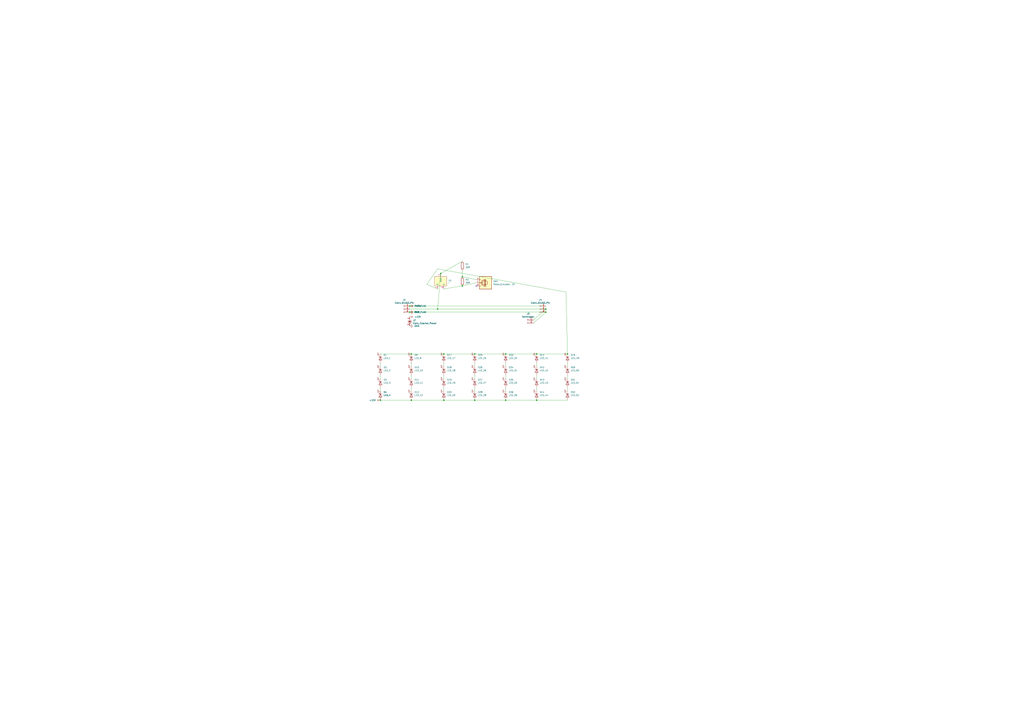
<source format=kicad_sch>
(kicad_sch (version 20231120) (generator "eeschema") (generator_version "8.0")
  (paper "A1")
  (lib_symbols
    (symbol "+12V_1" (power) (pin_numbers hide) (pin_names (offset 0) hide)
      (property "Value" "+12V" (at 0 3.556 0))
      (symbol "+12V_1_0_1"
        (polyline (pts (xy -0.762 1.27) (xy 0 2.54)))
        (polyline (pts (xy 0 0) (xy 0 2.54)))
        (polyline (pts (xy 0 2.54) (xy 0.762 1.27)))
      )
      (symbol "+12V_1_1_1"
        (pin power_in line (at 0 0 90) (length 0) (name "~") (number "1"))
      )
    )
    (symbol "+12V_2" (power) (pin_numbers hide) (pin_names (offset 0) hide)
      (property "Value" "+12V" (at 0 3.556 0))
      (symbol "+12V_2_0_1"
        (polyline (pts (xy -0.762 1.27) (xy 0 2.54)))
        (polyline (pts (xy 0 0) (xy 0 2.54)))
        (polyline (pts (xy 0 2.54) (xy 0.762 1.27)))
      )
      (symbol "+12V_2_1_1"
        (pin power_in line (at 0 0 90) (length 0) (name "~") (number "1"))
      )
    )
    (symbol "+12V_3" (power) (pin_numbers hide) (pin_names (offset 0) hide)
      (property "Value" "+12V" (at 0 3.556 0))
      (symbol "+12V_3_0_1"
        (polyline (pts (xy -0.762 1.27) (xy 0 2.54)))
        (polyline (pts (xy 0 0) (xy 0 2.54)))
        (polyline (pts (xy 0 2.54) (xy 0.762 1.27)))
      )
      (symbol "+12V_3_1_1"
        (pin power_in line (at 0 0 90) (length 0) (name "~") (number "1"))
      )
    )
    (symbol "Connector:Conn_01x02_Pin" (pin_names (offset 1.016) hide)
      (property "Reference" "J" (at 0 2.54 0))
      (property "Value" "Conn_01x02_Pin" (at 0 -5.08 0))
      (symbol "Conn_01x02_Pin_1_1"
        (polyline (pts (xy 1.27 -2.54) (xy 0.8636 -2.54)) (stroke (width 0.1524)))
        (polyline (pts (xy 1.27 0) (xy 0.8636 0)) (stroke (width 0.1524)))
        (rectangle (start 0.8636 -2.413) (end 0 -2.667) (stroke (width 0.1524)) (fill (type outline)))
        (rectangle (start 0.8636 0.127) (end 0 -0.127) (stroke (width 0.1524)) (fill (type outline)))
        (pin passive line (at 5.08 0 180) (length 3.81) (name "Pin_1") (number "1"))
        (pin passive line (at 5.08 -2.54 180) (length 3.81) (name "Pin_2") (number "2"))
      )
    )
    (symbol "Connector:Conn_01x03_Pin" (pin_names (offset 1.016) hide)
      (property "Reference" "J" (at 0 5.08 0))
      (property "Value" "Conn_01x03_Pin" (at 0 -5.08 0))
      (symbol "Conn_01x03_Pin_1_1"
        (polyline (pts (xy 1.27 -2.54) (xy 0.8636 -2.54)) (stroke (width 0.1524)))
        (polyline (pts (xy 1.27 0) (xy 0.8636 0)) (stroke (width 0.1524)))
        (polyline (pts (xy 1.27 2.54) (xy 0.8636 2.54)) (stroke (width 0.1524)))
        (rectangle (start 0.8636 -2.413) (end 0 -2.667) (stroke (width 0.1524)) (fill (type outline)))
        (rectangle (start 0.8636 0.127) (end 0 -0.127) (stroke (width 0.1524)) (fill (type outline)))
        (rectangle (start 0.8636 2.667) (end 0 2.413) (stroke (width 0.1524)) (fill (type outline)))
        (pin passive line (at 5.08 2.54 180) (length 3.81) (name "Pin_1") (number "1"))
        (pin passive line (at 5.08 0 180) (length 3.81) (name "Pin_2") (number "2"))
        (pin passive line (at 5.08 -2.54 180) (length 3.81) (name "Pin_3") (number "3"))
      )
    )
    (symbol "Connector:Conn_Coaxial_Power" (pin_names (offset 1.016) hide)
      (property "Reference" "J" (at -5.08 -1.27 90))
      (property "Value" "Conn_Coaxial_Power" (at -3.175 -1.27 90))
      (symbol "Conn_Coaxial_Power_0_1"
        (arc (start -1.27 -1.27) (mid 0 -2.5344) (end 1.27 -1.27) (stroke (width 0.254)))
        (arc (start -1.016 -0.508) (mid -1.2048 -0.8684) (end -1.27 -1.27) (stroke (width 0.254)))
        (circle (center 0 -1.27) (radius 0.508) (stroke (width 0.2032)) (fill (type outline)))
        (polyline (pts (xy 0 -2.54) (xy 0 -3.048)))
        (polyline (pts (xy 0 0) (xy 0 -1.27)))
        (arc (start 1.27 -1.27) (mid 1.2048 -0.8684) (end 1.016 -0.508) (stroke (width 0.254)))
      )
      (symbol "Conn_Coaxial_Power_1_1"
        (pin passive line (at 0 2.54 270) (length 2.54) (name "In") (number "1"))
        (pin passive line (at 0 -5.08 90) (length 2.54) (name "Ext") (number "2"))
      )
    )
    (symbol "Device:LED" (pin_numbers hide) (pin_names (offset 1.016) hide)
      (property "Reference" "D" (at 0 2.54 0))
      (property "Value" "LED" (at 0 -2.54 0))
      (symbol "LED_0_1"
        (polyline (pts (xy -1.27 -1.27) (xy -1.27 1.27)) (stroke (width 0.254)))
        (polyline (pts (xy -1.27 0) (xy 1.27 0)))
        (polyline (pts (xy 1.27 -1.27) (xy 1.27 1.27) (xy -1.27 0) (xy 1.27 -1.27)) (stroke (width 0.254)))
        (polyline (pts (xy -3.048 -0.762) (xy -4.572 -2.286) (xy -3.81 -2.286) (xy -4.572 -2.286) (xy -4.572 -1.524)))
        (polyline (pts (xy -1.778 -0.762) (xy -3.302 -2.286) (xy -2.54 -2.286) (xy -3.302 -2.286) (xy -3.302 -1.524)))
      )
      (symbol "LED_1_1"
        (pin passive line (at -3.81 0 0) (length 2.54) (name "K") (number "1"))
        (pin passive line (at 3.81 0 180) (length 2.54) (name "A") (number "2"))
      )
    )
    (symbol "Device:R" (pin_numbers hide) (pin_names (offset 0))
      (property "Reference" "R" (at 2.032 0 90))
      (property "Value" "R" (at 0 0 90))
      (symbol "R_0_1"
        (rectangle (start -1.016 -2.54) (end 1.016 2.54) (stroke (width 0.254)))
      )
      (symbol "R_1_1"
        (pin passive line (at 0 3.81 270) (length 1.27) (name "~") (number "1"))
        (pin passive line (at 0 -3.81 90) (length 1.27) (name "~") (number "2"))
      )
    )
    (symbol "Device:RotaryEncoder" (pin_names (offset 0.254) hide)
      (property "Reference" "SW" (at 0 6.604 0))
      (property "Value" "RotaryEncoder" (at 0 -6.604 0))
      (symbol "RotaryEncoder_0_1"
        (rectangle (start -5.08 5.08) (end 5.08 -5.08) (stroke (width 0.254)) (fill (type background)))
        (circle (center -3.81 0) (radius 0.254) (fill (type outline)))
        (circle (center -0.381 0) (radius 1.905) (stroke (width 0.254)))
        (arc (start -0.381 2.667) (mid -3.0988 -0.0635) (end -0.381 -2.794) (stroke (width 0.254)))
        (polyline (pts (xy -0.635 -1.778) (xy -0.635 1.778)) (stroke (width 0.254)))
        (polyline (pts (xy -0.381 -1.778) (xy -0.381 1.778)) (stroke (width 0.254)))
        (polyline (pts (xy -0.127 1.778) (xy -0.127 -1.778)) (stroke (width 0.254)))
        (polyline (pts (xy -5.08 -2.54) (xy -3.81 -2.54) (xy -3.81 -2.032)))
        (polyline (pts (xy -5.08 2.54) (xy -3.81 2.54) (xy -3.81 2.032)))
        (polyline (pts (xy 0.254 -3.048) (xy -0.508 -2.794) (xy 0.127 -2.413)) (stroke (width 0.254)))
        (polyline (pts (xy 0.254 2.921) (xy -0.508 2.667) (xy 0.127 2.286)) (stroke (width 0.254)))
        (polyline (pts (xy -5.08 0) (xy -3.81 0) (xy -3.81 -1.016) (xy -3.302 -2.032)))
        (polyline (pts (xy -4.318 0) (xy -3.81 0) (xy -3.81 1.016) (xy -3.302 2.032)))
      )
      (symbol "RotaryEncoder_1_1"
        (pin passive line (at -7.62 2.54 0) (length 2.54) (name "A") (number "A"))
        (pin passive line (at -7.62 -2.54 0) (length 2.54) (name "B") (number "B"))
        (pin passive line (at -7.62 0 0) (length 2.54) (name "C") (number "C"))
      )
    )
    (symbol "GND_1" (power) (pin_numbers hide) (pin_names (offset 0) hide)
      (property "Value" "GND" (at 0 -3.81 0))
      (symbol "GND_1_0_1"
        (polyline (pts (xy 0 0) (xy 0 -1.27) (xy 1.27 -1.27) (xy 0 -2.54) (xy -1.27 -1.27) (xy 0 -1.27)))
      )
      (symbol "GND_1_1_1"
        (pin power_in line (at 0 0 270) (length 0) (name "~") (number "1"))
      )
    )
    (symbol "GND_3" (power) (pin_numbers hide) (pin_names (offset 0) hide)
      (property "Value" "GND" (at 0 -3.81 0))
      (symbol "GND_3_0_1"
        (polyline (pts (xy 0 0) (xy 0 -1.27) (xy 1.27 -1.27) (xy 0 -2.54) (xy -1.27 -1.27) (xy 0 -1.27)))
      )
      (symbol "GND_3_1_1"
        (pin power_in line (at 0 0 270) (length 0) (name "~") (number "1"))
      )
    )
    (symbol "PWR_FLAG_1" (power) (pin_numbers hide) (pin_names (offset 0) hide)
      (property "Value" "PWR_FLAG" (at 0 3.81 0))
      (symbol "PWR_FLAG_1_0_0"
        (pin power_out line (at 0 0 90) (length 0) (name "~") (number "1"))
      )
      (symbol "PWR_FLAG_1_0_1"
        (polyline (pts (xy 0 0) (xy 0 1.27) (xy -1.016 1.905) (xy 0 2.54) (xy 1.016 1.905) (xy 0 1.27)))
      )
    )
    (symbol "PWR_FLAG_2" (power) (pin_numbers hide) (pin_names (offset 0) hide)
      (property "Value" "PWR_FLAG" (at 0 3.81 0))
      (symbol "PWR_FLAG_2_0_0"
        (pin power_out line (at 0 0 90) (length 0) (name "~") (number "1"))
      )
      (symbol "PWR_FLAG_2_0_1"
        (polyline (pts (xy 0 0) (xy 0 1.27) (xy -1.016 1.905) (xy 0 2.54) (xy 1.016 1.905) (xy 0 1.27)))
      )
    )
    (symbol "custom_symbols:RM9003a"
      (property "Reference" "U" (at -4.064 2.54 0))
      (symbol "RM9003a_1_1"
        (rectangle (start -5.08 3.81) (end 5.08 -3.81) (fill (type background)))
        (pin bidirectional line (at -2.54 -6.35 90) (length 2.54) (name "D") (number "1"))
        (pin bidirectional line (at 0 6.35 270) (length 2.54) (name "GND") (number "2"))
        (pin bidirectional line (at 2.54 -6.35 90) (length 2.54) (name "S") (number "3"))
      )
    )
  )
  (junction (at 389.89 328.93))
  (junction (at 337.82 290.83))
  (junction (at 337.82 328.93))
  (junction (at 448.31 254))
  (junction (at 361.95 224.79))
  (junction (at 440.69 290.83))
  (junction (at 336.55 256.54))
  (junction (at 312.42 328.93))
  (junction (at 336.55 251.46))
  (junction (at 448.31 256.54))
  (junction (at 364.49 290.83))
  (junction (at 364.49 328.93))
  (junction (at 379.73 227.33))
  (junction (at 440.69 328.93))
  (junction (at 389.89 290.83))
  (junction (at 415.29 290.83))
  (junction (at 379.73 234.95))
  (junction (at 415.29 328.93))
  (junction (at 359.41 254))
  (junction (at 466.09 290.83))
  (no_connect (at 391.16 234.95))
  (wire (pts (xy 440.69 328.93) (xy 466.09 328.93)))
  (wire (pts (xy 364.49 321.31) (xy 364.49 318.77)))
  (wire (pts (xy 364.49 290.83) (xy 389.89 290.83)))
  (wire (pts (xy 364.49 328.93) (xy 389.89 328.93)))
  (wire (pts (xy 389.89 328.93) (xy 415.29 328.93)))
  (wire (pts (xy 361.95 224.79) (xy 379.73 214.63)))
  (wire (pts (xy 391.16 232.41) (xy 379.73 234.95)))
  (wire (pts (xy 415.29 300.99) (xy 415.29 298.45)))
  (wire (pts (xy 359.41 254) (xy 448.31 254)))
  (wire (pts (xy 364.49 237.49) (xy 379.73 234.95)))
  (wire (pts (xy 312.42 328.93) (xy 337.82 328.93)))
  (wire (pts (xy 336.55 251.46) (xy 448.31 251.46)))
  (wire (pts (xy 337.82 290.83) (xy 364.49 290.83)))
  (wire (pts (xy 466.09 290.83) (xy 464.82 240.03)))
  (wire (pts (xy 440.69 290.83) (xy 466.09 290.83)))
  (wire (pts (xy 379.73 222.25) (xy 379.73 227.33)))
  (wire (pts (xy 389.89 321.31) (xy 389.89 318.77)))
  (wire (pts (xy 389.89 290.83) (xy 415.29 290.83)))
  (wire (pts (xy 466.09 311.15) (xy 466.09 308.61)))
  (wire (pts (xy 466.09 321.31) (xy 466.09 318.77)))
  (wire (pts (xy 336.55 254) (xy 359.41 254)))
  (wire (pts (xy 312.42 290.83) (xy 337.82 290.83)))
  (wire (pts (xy 415.29 328.93) (xy 440.69 328.93)))
  (wire (pts (xy 440.69 311.15) (xy 440.69 308.61)))
  (wire (pts (xy 337.82 321.31) (xy 337.82 318.77)))
  (wire (pts (xy 415.29 311.15) (xy 415.29 308.61)))
  (wire (pts (xy 440.69 300.99) (xy 440.69 298.45)))
  (wire (pts (xy 415.29 321.31) (xy 415.29 318.77)))
  (wire (pts (xy 379.73 227.33) (xy 391.16 229.87)))
  (wire (pts (xy 466.09 300.99) (xy 466.09 298.45)))
  (wire (pts (xy 312.42 321.31) (xy 312.42 318.77)))
  (wire (pts (xy 448.31 254) (xy 438.15 262.89)))
  (wire (pts (xy 337.82 328.93) (xy 364.49 328.93)))
  (wire (pts (xy 440.69 321.31) (xy 440.69 318.77)))
  (wire (pts (xy 359.41 220.98) (xy 350.52 233.68)))
  (wire (pts (xy 415.29 290.83) (xy 440.69 290.83)))
  (wire (pts (xy 389.89 311.15) (xy 389.89 308.61)))
  (wire (pts (xy 336.55 256.54) (xy 448.31 256.54)))
  (wire (pts (xy 464.82 240.03) (xy 359.41 220.98)))
  (wire (pts (xy 312.42 311.15) (xy 312.42 308.61)))
  (wire (pts (xy 337.82 300.99) (xy 337.82 298.45)))
  (wire (pts (xy 389.89 300.99) (xy 389.89 298.45)))
  (wire (pts (xy 364.49 311.15) (xy 364.49 308.61)))
  (wire (pts (xy 350.52 233.68) (xy 359.41 237.49)))
  (wire (pts (xy 364.49 300.99) (xy 364.49 298.45)))
  (wire (pts (xy 337.82 311.15) (xy 337.82 308.61)))
  (wire (pts (xy 448.31 256.54) (xy 438.15 265.43)))
  (wire (pts (xy 361.95 224.79) (xy 359.41 254)))
  (wire (pts (xy 312.42 300.99) (xy 312.42 298.45)))
  (symbol (lib_name "PWR_FLAG_2") (lib_id "power:PWR_FLAG") (at 336.55 256.54 270) (unit 1)
    (property "Reference" "#FLG02" (effects (hide yes)))
    (property "Value" "PWR_FLAG" (at 340.36 256.5399 90) (effects (justify left)))
    (property "Description" "Special symbol for telling ERC where power comes from" (effects (hide yes)))
  )
  (symbol (lib_id "Connector:Conn_01x03_Pin") (at 443.23 254 0) (unit 1)
    (property "Reference" "J4" (at 443.865 246.38 0))
    (property "Value" "Conn_01x03_Pin" (at 443.865 248.92 0))
    (property "Footprint" "TerminalBlock:TerminalBlock_bornier-3_P5.08mm" (effects (hide yes)))
    (property "Description" "Generic connector, single row, 01x03, script generated" (effects (hide yes)))
  )
  (symbol (lib_id "Connector:Conn_01x03_Pin") (at 331.47 254 0) (unit 1)
    (property "Reference" "J1" (at 332.105 246.38 0))
    (property "Value" "Conn_01x03_Pin" (at 332.105 248.92 0))
    (property "Footprint" "TerminalBlock:TerminalBlock_bornier-3_P5.08mm" (effects (hide yes)))
    (property "Description" "Generic connector, single row, 01x03, script generated" (effects (hide yes)))
  )
  (symbol (lib_name "PWR_FLAG_1") (lib_id "power:PWR_FLAG") (at 336.55 251.46 270) (unit 1)
    (property "Reference" "#FLG01" (effects (hide yes)))
    (property "Value" "PWR_FLAG" (at 340.36 251.4599 90) (effects (justify left)))
    (property "Description" "Special symbol for telling ERC where power comes from" (effects (hide yes)))
  )
  (symbol (lib_id "Device:LED") (at 364.49 325.12 270) (unit 1)
    (property "Reference" "D20" (at 367.03 322.2624 90) (effects (justify left)))
    (property "Value" "LED_20" (at 367.03 324.8024 90) (effects (justify left)))
    (property "Footprint" "CustomLibrary:LED_PLCC_2835_AK" (effects (hide yes)))
  )
  (symbol (lib_id "Device:LED") (at 389.89 304.8 270) (unit 1)
    (property "Reference" "D26" (at 392.43 301.9424 90) (effects (justify left)))
    (property "Value" "LED_26" (at 392.43 304.4824 90) (effects (justify left)))
    (property "Footprint" "CustomLibrary:LED_PLCC_2835_AK" (effects (hide yes)))
  )
  (symbol (lib_id "Device:LED") (at 389.89 314.96 270) (unit 1)
    (property "Reference" "D27" (at 392.43 312.1024 90) (effects (justify left)))
    (property "Value" "LED_27" (at 392.43 314.6424 90) (effects (justify left)))
    (property "Footprint" "CustomLibrary:LED_PLCC_2835_AK" (effects (hide yes)))
  )
  (symbol (lib_name "+12V_1") (lib_id "power:+12V") (at 336.55 251.46 270) (unit 1)
    (property "Reference" "#PWR02" (effects (hide yes)))
    (property "Value" "+12V" (at 340.36 251.4599 90) (effects (justify left)))
    (property "Description" "Power symbol creates a global label with name \"+12V\"" (effects (hide yes)))
  )
  (symbol (lib_id "Device:LED") (at 312.42 294.64 270) (unit 1)
    (property "Reference" "D1" (at 314.96 291.7824 90) (effects (justify left)))
    (property "Value" "LED_1" (at 314.96 294.3224 90) (effects (justify left)))
    (property "Footprint" "CustomLibrary:LED_PLCC_2835_AK" (effects (hide yes)))
  )
  (symbol (lib_id "Device:LED") (at 466.09 325.12 270) (unit 1)
    (property "Reference" "D52" (at 468.63 322.2624 90) (effects (justify left)))
    (property "Value" "LED_52" (at 468.63 324.8024 90) (effects (justify left)))
    (property "Footprint" "CustomLibrary:LED_PLCC_2835_AK" (effects (hide yes)))
  )
  (symbol (lib_id "Connector:Conn_Coaxial_Power") (at 336.55 262.89 0) (unit 1)
    (property "Reference" "J2" (at 339.09 263.1439 0) (effects (justify left)))
    (property "Value" "Conn_Coaxial_Power" (at 339.09 265.6839 0) (effects (justify left)))
    (property "Footprint" "CustomLibrary:BarrelJack_Wuerth_6941xx301002" (effects (hide yes)))
  )
  (symbol (lib_id "Device:LED") (at 440.69 314.96 270) (unit 1)
    (property "Reference" "D43" (at 443.23 312.1024 90) (effects (justify left)))
    (property "Value" "LED_43" (at 443.23 314.6424 90) (effects (justify left)))
    (property "Footprint" "CustomLibrary:LED_PLCC_2835_AK" (effects (hide yes)))
  )
  (symbol (lib_id "Device:LED") (at 415.29 314.96 270) (unit 1)
    (property "Reference" "D35" (at 417.83 312.1024 90) (effects (justify left)))
    (property "Value" "LED_35" (at 417.83 314.6424 90) (effects (justify left)))
    (property "Footprint" "CustomLibrary:LED_PLCC_2835_AK" (effects (hide yes)))
  )
  (symbol (lib_id "Device:LED") (at 337.82 314.96 270) (unit 1)
    (property "Reference" "D11" (at 340.36 312.1024 90) (effects (justify left)))
    (property "Value" "LED_11" (at 340.36 314.6424 90) (effects (justify left)))
    (property "Footprint" "CustomLibrary:LED_PLCC_2835_AK" (effects (hide yes)))
  )
  (symbol (lib_id "Device:R") (at 379.73 218.44 0) (unit 1)
    (property "Reference" "R1" (at 382.27 217.1699 0) (effects (justify left)))
    (property "Value" "30R" (at 382.27 219.7099 0) (effects (justify left)))
    (property "Footprint" "Resistor_SMD:R_1206_3216Metric" (effects (hide yes)))
    (property "Description" "Resistor" (effects (hide yes)))
  )
  (symbol (lib_id "Device:LED") (at 440.69 325.12 270) (unit 1)
    (property "Reference" "D44" (at 443.23 322.2624 90) (effects (justify left)))
    (property "Value" "LED_44" (at 443.23 324.8024 90) (effects (justify left)))
    (property "Footprint" "CustomLibrary:LED_PLCC_2835_AK" (effects (hide yes)))
  )
  (symbol (lib_id "Device:LED") (at 312.42 325.12 270) (unit 1)
    (property "Reference" "D4" (at 314.96 322.2624 90) (effects (justify left)))
    (property "Value" "LED_4" (at 314.96 324.8024 90) (effects (justify left)))
    (property "Footprint" "CustomLibrary:LED_PLCC_2835_AK" (effects (hide yes)))
  )
  (symbol (lib_id "Device:LED") (at 312.42 314.96 270) (unit 1)
    (property "Reference" "D3" (at 314.96 312.1024 90) (effects (justify left)))
    (property "Value" "LED_3" (at 314.96 314.6424 90) (effects (justify left)))
    (property "Footprint" "CustomLibrary:LED_PLCC_2835_AK" (effects (hide yes)))
  )
  (symbol (lib_id "Device:LED") (at 440.69 294.64 270) (unit 1)
    (property "Reference" "D41" (at 443.23 291.7824 90) (effects (justify left)))
    (property "Value" "LED_41" (at 443.23 294.3224 90) (effects (justify left)))
    (property "Footprint" "CustomLibrary:LED_PLCC_2835_AK" (effects (hide yes)))
  )
  (symbol (lib_id "custom_symbols:RM9003a") (at 361.95 231.14 0) (unit 1)
    (property "Reference" "U1" (at 368.3 230.5049 0) (effects (justify left)))
    (property "Value" "~" (at 368.3 232.41 0) (effects (justify left)))
    (property "Footprint" "Package_TO_SOT_SMD:SOT-89-3" (effects (hide yes)))
  )
  (symbol (lib_id "Device:LED") (at 312.42 304.8 270) (unit 1)
    (property "Reference" "D2" (at 314.96 301.9424 90) (effects (justify left)))
    (property "Value" "LED_2" (at 314.96 304.4824 90) (effects (justify left)))
    (property "Footprint" "CustomLibrary:LED_PLCC_2835_AK" (effects (hide yes)))
  )
  (symbol (lib_id "Device:LED") (at 389.89 294.64 270) (unit 1)
    (property "Reference" "D25" (at 392.43 291.7824 90) (effects (justify left)))
    (property "Value" "LED_25" (at 392.43 294.3224 90) (effects (justify left)))
    (property "Footprint" "CustomLibrary:LED_PLCC_2835_AK" (effects (hide yes)))
  )
  (symbol (lib_id "Device:LED") (at 389.89 325.12 270) (unit 1)
    (property "Reference" "D28" (at 392.43 322.2624 90) (effects (justify left)))
    (property "Value" "LED_28" (at 392.43 324.8024 90) (effects (justify left)))
    (property "Footprint" "CustomLibrary:LED_PLCC_2835_AK" (effects (hide yes)))
  )
  (symbol (lib_name "GND_3") (lib_id "power:GND") (at 336.55 267.97 90) (unit 1)
    (property "Reference" "#PWR05" (effects (hide yes)))
    (property "Value" "GND" (at 340.36 267.9699 90) (effects (justify right)))
    (property "Description" "Power symbol creates a global label with name \"GND\" , ground" (effects (hide yes)))
  )
  (symbol (lib_id "Device:LED") (at 415.29 294.64 270) (unit 1)
    (property "Reference" "D33" (at 417.83 291.7824 90) (effects (justify left)))
    (property "Value" "LED_33" (at 417.83 294.3224 90) (effects (justify left)))
    (property "Footprint" "CustomLibrary:LED_PLCC_2835_AK" (effects (hide yes)))
  )
  (symbol (lib_id "Device:LED") (at 466.09 294.64 270) (unit 1)
    (property "Reference" "D49" (at 468.63 291.7824 90) (effects (justify left)))
    (property "Value" "LED_49" (at 468.63 294.3224 90) (effects (justify left)))
    (property "Footprint" "CustomLibrary:LED_PLCC_2835_AK" (effects (hide yes)))
  )
  (symbol (lib_id "Device:LED") (at 415.29 304.8 270) (unit 1)
    (property "Reference" "D34" (at 417.83 301.9424 90) (effects (justify left)))
    (property "Value" "LED_34" (at 417.83 304.4824 90) (effects (justify left)))
    (property "Footprint" "CustomLibrary:LED_PLCC_2835_AK" (effects (hide yes)))
  )
  (symbol (lib_name "+12V_2") (lib_id "power:+12V") (at 336.55 260.35 270) (unit 1)
    (property "Reference" "#PWR04" (effects (hide yes)))
    (property "Value" "+12V" (at 340.36 260.3499 90) (effects (justify left)))
    (property "Description" "Power symbol creates a global label with name \"+12V\"" (effects (hide yes)))
  )
  (symbol (lib_id "Device:LED") (at 364.49 304.8 270) (unit 1)
    (property "Reference" "D18" (at 367.03 301.9424 90) (effects (justify left)))
    (property "Value" "LED_18" (at 367.03 304.4824 90) (effects (justify left)))
    (property "Footprint" "CustomLibrary:LED_PLCC_2835_AK" (effects (hide yes)))
  )
  (symbol (lib_id "Device:RotaryEncoder") (at 398.78 232.41 0) (unit 1)
    (property "Reference" "SW1" (at 405.13 231.1399 0) (effects (justify left)))
    (property "Value" "RotaryEncoder, 2K" (at 405.13 233.6799 0) (effects (justify left)))
    (property "Footprint" "Rotary_Encoder:RotaryEncoder_Bourns_Vertical_PEC12R-3x17F-Nxxxx" (effects (hide yes)))
    (property "Description" "Rotary encoder, dual channel, incremental quadrate outputs" (effects (hide yes)))
  )
  (symbol (lib_id "Device:LED") (at 337.82 294.64 270) (unit 1)
    (property "Reference" "D9" (at 340.36 291.7824 90) (effects (justify left)))
    (property "Value" "LED_9" (at 340.36 294.3224 90) (effects (justify left)))
    (property "Footprint" "CustomLibrary:LED_PLCC_2835_AK" (effects (hide yes)))
  )
  (symbol (lib_name "+12V_3") (lib_id "power:+12V") (at 312.42 328.93 90) (unit 1)
    (property "Reference" "#PWR01" (effects (hide yes)))
    (property "Value" "+12V" (at 308.61 328.9299 90) (effects (justify left)))
    (property "Description" "Power symbol creates a global label with name \"+12V\"" (effects (hide yes)))
  )
  (symbol (lib_id "Device:R") (at 379.73 231.14 0) (unit 1)
    (property "Reference" "R2" (at 382.27 229.8699 0) (effects (justify left)))
    (property "Value" "30R" (at 382.27 232.4099 0) (effects (justify left)))
    (property "Footprint" "Resistor_SMD:R_1206_3216Metric" (effects (hide yes)))
    (property "Description" "Resistor" (effects (hide yes)))
  )
  (symbol (lib_id "Device:LED") (at 415.29 325.12 270) (unit 1)
    (property "Reference" "D36" (at 417.83 322.2624 90) (effects (justify left)))
    (property "Value" "LED_36" (at 417.83 324.8024 90) (effects (justify left)))
    (property "Footprint" "CustomLibrary:LED_PLCC_2835_AK" (effects (hide yes)))
  )
  (symbol (lib_id "Device:LED") (at 337.82 304.8 270) (unit 1)
    (property "Reference" "D10" (at 340.36 301.9424 90) (effects (justify left)))
    (property "Value" "LED_10" (at 340.36 304.4824 90) (effects (justify left)))
    (property "Footprint" "CustomLibrary:LED_PLCC_2835_AK" (effects (hide yes)))
  )
  (symbol (lib_name "GND_1") (lib_id "power:GND") (at 336.55 256.54 90) (unit 1)
    (property "Reference" "#PWR03" (effects (hide yes)))
    (property "Value" "GND" (at 340.36 256.5399 90) (effects (justify right)))
    (property "Description" "Power symbol creates a global label with name \"GND\" , ground" (effects (hide yes)))
  )
  (symbol (lib_id "Device:LED") (at 466.09 304.8 270) (unit 1)
    (property "Reference" "D50" (at 468.63 301.9424 90) (effects (justify left)))
    (property "Value" "LED_50" (at 468.63 304.4824 90) (effects (justify left)))
    (property "Footprint" "CustomLibrary:LED_PLCC_2835_AK" (effects (hide yes)))
  )
  (symbol (lib_id "Connector:Conn_01x02_Pin") (at 433.07 262.89 0) (unit 1)
    (property "Reference" "J3" (at 433.705 257.81 0))
    (property "Value" "Terminator" (at 433.705 260.35 0))
    (property "Footprint" "Connector_PinHeader_2.54mm:PinHeader_1x02_P2.54mm_Vertical" (effects (hide yes)))
    (property "Description" "Generic connector, single row, 01x02, script generated" (effects (hide yes)))
  )
  (symbol (lib_id "Device:LED") (at 337.82 325.12 270) (unit 1)
    (property "Reference" "D12" (at 340.36 322.2624 90) (effects (justify left)))
    (property "Value" "LED_12" (at 340.36 324.8024 90) (effects (justify left)))
    (property "Footprint" "CustomLibrary:LED_PLCC_2835_AK" (effects (hide yes)))
  )
  (symbol (lib_id "Device:LED") (at 466.09 314.96 270) (unit 1)
    (property "Reference" "D51" (at 468.63 312.1024 90) (effects (justify left)))
    (property "Value" "LED_51" (at 468.63 314.6424 90) (effects (justify left)))
    (property "Footprint" "CustomLibrary:LED_PLCC_2835_AK" (effects (hide yes)))
  )
  (symbol (lib_id "Device:LED") (at 364.49 314.96 270) (unit 1)
    (property "Reference" "D19" (at 367.03 312.1024 90) (effects (justify left)))
    (property "Value" "LED_19" (at 367.03 314.6424 90) (effects (justify left)))
    (property "Footprint" "CustomLibrary:LED_PLCC_2835_AK" (effects (hide yes)))
  )
  (symbol (lib_id "Device:LED") (at 440.69 304.8 270) (unit 1)
    (property "Reference" "D42" (at 443.23 301.9424 90) (effects (justify left)))
    (property "Value" "LED_42" (at 443.23 304.4824 90) (effects (justify left)))
    (property "Footprint" "CustomLibrary:LED_PLCC_2835_AK" (effects (hide yes)))
  )
  (symbol (lib_id "Device:LED") (at 364.49 294.64 270) (unit 1)
    (property "Reference" "D17" (at 367.03 291.7824 90) (effects (justify left)))
    (property "Value" "LED_17" (at 367.03 294.3224 90) (effects (justify left)))
    (property "Footprint" "CustomLibrary:LED_PLCC_2835_AK" (effects (hide yes)))
  )
)
</source>
